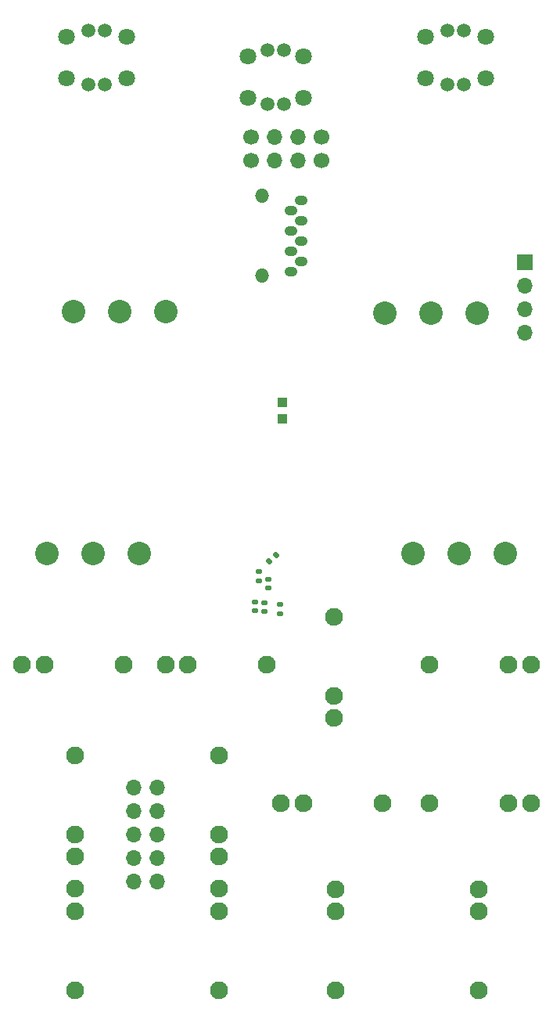
<source format=gbr>
G04 #@! TF.GenerationSoftware,KiCad,Pcbnew,8.0.5*
G04 #@! TF.CreationDate,2024-10-08T11:29:37-07:00*
G04 #@! TF.ProjectId,Sampler-built,53616d70-6c65-4722-9d62-75696c742e6b,rev?*
G04 #@! TF.SameCoordinates,PX815dad0PY77b6f90*
G04 #@! TF.FileFunction,Soldermask,Bot*
G04 #@! TF.FilePolarity,Negative*
%FSLAX46Y46*%
G04 Gerber Fmt 4.6, Leading zero omitted, Abs format (unit mm)*
G04 Created by KiCad (PCBNEW 8.0.5) date 2024-10-08 11:29:37*
%MOMM*%
%LPD*%
G01*
G04 APERTURE LIST*
G04 Aperture macros list*
%AMRoundRect*
0 Rectangle with rounded corners*
0 $1 Rounding radius*
0 $2 $3 $4 $5 $6 $7 $8 $9 X,Y pos of 4 corners*
0 Add a 4 corners polygon primitive as box body*
4,1,4,$2,$3,$4,$5,$6,$7,$8,$9,$2,$3,0*
0 Add four circle primitives for the rounded corners*
1,1,$1+$1,$2,$3*
1,1,$1+$1,$4,$5*
1,1,$1+$1,$6,$7*
1,1,$1+$1,$8,$9*
0 Add four rect primitives between the rounded corners*
20,1,$1+$1,$2,$3,$4,$5,0*
20,1,$1+$1,$4,$5,$6,$7,0*
20,1,$1+$1,$6,$7,$8,$9,0*
20,1,$1+$1,$8,$9,$2,$3,0*%
G04 Aperture macros list end*
%ADD10C,1.700000*%
%ADD11O,1.700000X1.700000*%
%ADD12R,1.700000X1.700000*%
%ADD13C,1.930400*%
%ADD14RoundRect,0.147500X-0.172500X0.147500X-0.172500X-0.147500X0.172500X-0.147500X0.172500X0.147500X0*%
%ADD15C,1.800000*%
%ADD16C,1.500000*%
%ADD17O,1.397000X1.092200*%
%ADD18O,1.524000X1.524000*%
%ADD19R,1.000000X1.000000*%
%ADD20C,2.540000*%
%ADD21RoundRect,0.147500X0.172500X-0.147500X0.172500X0.147500X-0.172500X0.147500X-0.172500X-0.147500X0*%
%ADD22RoundRect,0.147500X0.017678X-0.226274X0.226274X-0.017678X-0.017678X0.226274X-0.226274X0.017678X0*%
G04 APERTURE END LIST*
D10*
G04 #@! TO.C,J4*
X27646648Y91469922D03*
X27646648Y94009922D03*
D11*
X30186648Y91469922D03*
X30186648Y94009922D03*
X32726648Y91469922D03*
X32726648Y94009922D03*
D10*
X35266648Y91469922D03*
X35266648Y94009922D03*
G04 #@! TD*
D12*
G04 #@! TO.C,J3*
X57226648Y80469922D03*
D11*
X57226648Y77929922D03*
X57226648Y75389922D03*
X57226648Y72849922D03*
G04 #@! TD*
G04 #@! TO.C,J10*
X14936648Y23659922D03*
X17476648Y23659922D03*
X14936648Y21119922D03*
X17476648Y21119922D03*
X14936648Y18579922D03*
X17476648Y18579922D03*
X14936648Y16039922D03*
X17476648Y16039922D03*
X14936648Y13499922D03*
X17476648Y13499922D03*
G04 #@! TD*
D13*
G04 #@! TO.C,J12*
X8608648Y27146922D03*
X8608648Y16174122D03*
X8608648Y18587122D03*
G04 #@! TD*
G04 #@! TO.C,J17*
X36800848Y1687362D03*
X36800848Y12660162D03*
X36800848Y10247162D03*
G04 #@! TD*
G04 #@! TO.C,J16*
X52300848Y1687362D03*
X52300848Y12660162D03*
X52300848Y10247162D03*
G04 #@! TD*
D14*
G04 #@! TO.C,C30*
X30766648Y43444922D03*
X30766648Y42474922D03*
G04 #@! TD*
D15*
G04 #@! TO.C,Bank_But1*
X53008648Y104839922D03*
X46508648Y104839922D03*
X53008648Y100339922D03*
X46508648Y100339922D03*
D16*
X50658648Y105489922D03*
X48858648Y105489922D03*
X48858648Y99689922D03*
X50658648Y99689922D03*
G04 #@! TD*
D17*
G04 #@! TO.C,SD1*
X31946648Y79490171D03*
X33046468Y80589991D03*
X31946648Y81690065D03*
X33046468Y82789885D03*
X31946648Y83889959D03*
X33046468Y84989779D03*
X31946648Y86089853D03*
X33046468Y87189673D03*
D18*
X28776728Y79047322D03*
X28776728Y87632522D03*
G04 #@! TD*
D19*
G04 #@! TO.C,C4*
X30980148Y63566600D03*
X30980148Y65266600D03*
G04 #@! TD*
D20*
G04 #@! TO.C,POT_LENGTH1*
X15508648Y48985922D03*
X10508648Y48985922D03*
X5508648Y48985922D03*
G04 #@! TD*
D13*
G04 #@! TO.C,J2*
X36636648Y42146922D03*
X36636648Y31174122D03*
X36636648Y33587122D03*
G04 #@! TD*
D20*
G04 #@! TO.C,POT_PITCH1*
X52136648Y74985922D03*
X47136648Y74985922D03*
X42136648Y74985922D03*
G04 #@! TD*
D13*
G04 #@! TO.C,J7*
X13815648Y36939922D03*
X2842848Y36939922D03*
X5255848Y36939922D03*
G04 #@! TD*
D14*
G04 #@! TO.C,C32*
X29054076Y43659376D03*
X29054076Y42689376D03*
G04 #@! TD*
D13*
G04 #@! TO.C,J6*
X29343648Y36939922D03*
X18370848Y36939922D03*
X20783848Y36939922D03*
G04 #@! TD*
G04 #@! TO.C,J15*
X24136648Y1732922D03*
X24136648Y12705722D03*
X24136648Y10292722D03*
G04 #@! TD*
D15*
G04 #@! TO.C,REV_BUT1*
X14136648Y104839922D03*
X7636648Y104839922D03*
X14136648Y100339922D03*
X7636648Y100339922D03*
D16*
X11786648Y105489922D03*
X9986648Y105489922D03*
X9986648Y99689922D03*
X11786648Y99689922D03*
G04 #@! TD*
D14*
G04 #@! TO.C,C28*
X29489940Y46215632D03*
X29489940Y45245632D03*
G04 #@! TD*
D21*
G04 #@! TO.C,C33*
X28473940Y46010680D03*
X28473940Y46980680D03*
G04 #@! TD*
D13*
G04 #@! TO.C,J9*
X24136648Y27146922D03*
X24136648Y16174122D03*
X24136648Y18587122D03*
G04 #@! TD*
G04 #@! TO.C,J8*
X46929648Y36939922D03*
X57902448Y36939922D03*
X55489448Y36939922D03*
G04 #@! TD*
G04 #@! TO.C,J11*
X8608648Y1732922D03*
X8608648Y12705722D03*
X8608648Y10292722D03*
G04 #@! TD*
G04 #@! TO.C,J13*
X46929648Y21939922D03*
X57902448Y21939922D03*
X55489448Y21939922D03*
G04 #@! TD*
D20*
G04 #@! TO.C,POT_START1*
X55136648Y48985922D03*
X50136648Y48985922D03*
X45136648Y48985922D03*
G04 #@! TD*
D13*
G04 #@! TO.C,J14*
X41843648Y21939922D03*
X30870848Y21939922D03*
X33283848Y21939922D03*
G04 #@! TD*
D15*
G04 #@! TO.C,PLAY_BUT1*
X33322648Y102739922D03*
X27330648Y102739922D03*
X33322648Y98239922D03*
X27330648Y98239922D03*
D16*
X31226648Y103389922D03*
X29426648Y103389922D03*
X29426648Y97589922D03*
X31226648Y97589922D03*
G04 #@! TD*
D22*
G04 #@! TO.C,C27*
X29617201Y48143653D03*
X30303095Y48829547D03*
G04 #@! TD*
D21*
G04 #@! TO.C,C31*
X28094972Y42746272D03*
X28094972Y43716272D03*
G04 #@! TD*
D20*
G04 #@! TO.C,POT_SAMP1*
X18440000Y75166000D03*
X13440000Y75166000D03*
X8440000Y75166000D03*
G04 #@! TD*
M02*

</source>
